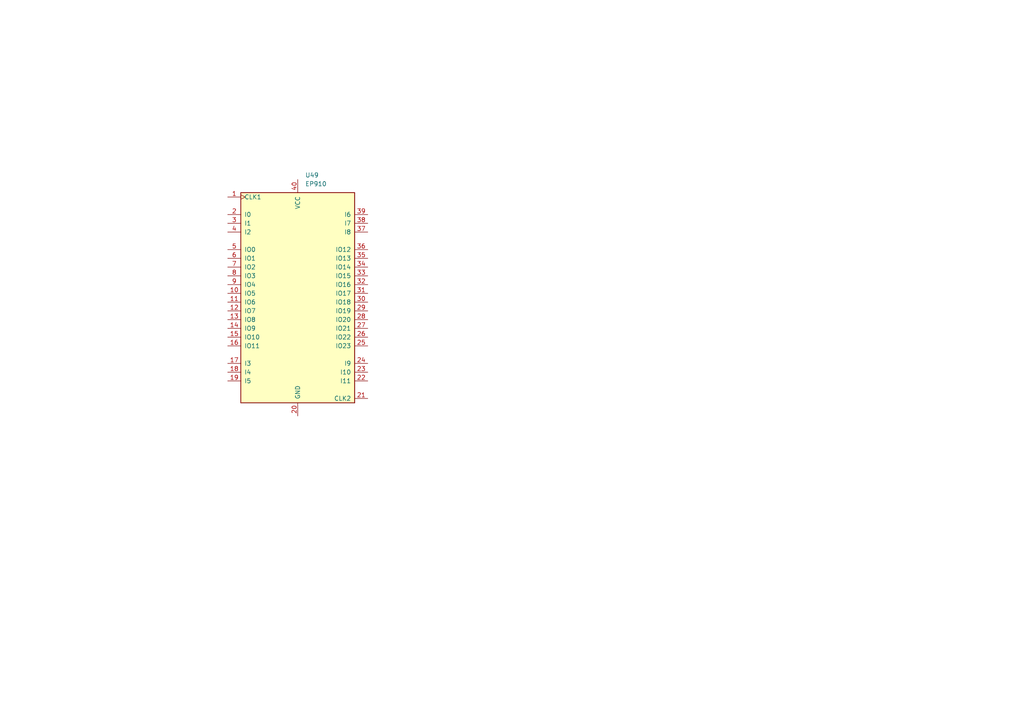
<source format=kicad_sch>
(kicad_sch (version 20250114) (generator "eeschema") (generator_version "9.0")
  (paper "A4")
  (lib_symbols
    (symbol "CPLD_Altera:EP910" (pin_names (offset 1.016))
      (property "Reference" "U" (at -2.54 32.385 0))
      (property "Value" "EP910" (at -2.54 30.48 0))
      (symbol "EP910_0_1"
        (rectangle (start -16.51 -31.75) (end 16.51 29.21) (stroke (width 0.254)) (fill (type background)))
      )
      (symbol "EP910_1_1"
        (pin input clock (at -20.32 27.94 0) (length 3.81) (name "CLK1") (number "1"))
        (pin input line (at -20.32 22.86 0) (length 3.81) (name "I0") (number "2"))
        (pin input line (at -20.32 20.32 0) (length 3.81) (name "I1") (number "3"))
        (pin input line (at -20.32 17.78 0) (length 3.81) (name "I2") (number "4"))
        (pin input line (at -20.32 12.7 0) (length 3.81) (name "IO0") (number "5"))
        (pin input line (at -20.32 10.16 0) (length 3.81) (name "IO1") (number "6"))
        (pin input line (at -20.32 7.62 0) (length 3.81) (name "IO2") (number "7"))
        (pin input line (at -20.32 5.08 0) (length 3.81) (name "IO3") (number "8"))
        (pin input line (at -20.32 2.54 0) (length 3.81) (name "IO4") (number "9"))
        (pin input line (at -20.32 0 0) (length 3.81) (name "IO5") (number "10"))
        (pin input line (at -20.32 -2.54 0) (length 3.81) (name "IO6") (number "11"))
        (pin input line (at -20.32 -5.08 0) (length 3.81) (name "IO7") (number "12"))
        (pin input line (at -20.32 -7.62 0) (length 3.81) (name "IO8") (number "13"))
        (pin input line (at -20.32 -10.16 0) (length 3.81) (name "IO9") (number "14"))
        (pin input line (at -20.32 -12.7 0) (length 3.81) (name "IO10") (number "15"))
        (pin input line (at -20.32 -15.24 0) (length 3.81) (name "IO11") (number "16"))
        (pin input line (at -20.32 -20.32 0) (length 3.81) (name "I3") (number "17"))
        (pin input line (at -20.32 -22.86 0) (length 3.81) (name "I4") (number "18"))
        (pin input line (at -20.32 -25.4 0) (length 3.81) (name "I5") (number "19"))
        (pin power_in line (at 0 33.02 270) (length 3.81) (name "VCC") (number "40"))
        (pin power_in line (at 0 -35.56 90) (length 3.81) (name "GND") (number "20"))
        (pin input line (at 20.32 22.86 180) (length 3.81) (name "I6") (number "39"))
        (pin input line (at 20.32 20.32 180) (length 3.81) (name "I7") (number "38"))
        (pin input line (at 20.32 17.78 180) (length 3.81) (name "I8") (number "37"))
        (pin input line (at 20.32 12.7 180) (length 3.81) (name "IO12") (number "36"))
        (pin input line (at 20.32 10.16 180) (length 3.81) (name "IO13") (number "35"))
        (pin input line (at 20.32 7.62 180) (length 3.81) (name "IO14") (number "34"))
        (pin input line (at 20.32 5.08 180) (length 3.81) (name "IO15") (number "33"))
        (pin input line (at 20.32 2.54 180) (length 3.81) (name "IO16") (number "32"))
        (pin input line (at 20.32 0 180) (length 3.81) (name "IO17") (number "31"))
        (pin input line (at 20.32 -2.54 180) (length 3.81) (name "IO18") (number "30"))
        (pin input line (at 20.32 -5.08 180) (length 3.81) (name "IO19") (number "29"))
        (pin input line (at 20.32 -7.62 180) (length 3.81) (name "IO20") (number "28"))
        (pin input line (at 20.32 -10.16 180) (length 3.81) (name "IO21") (number "27"))
        (pin input line (at 20.32 -12.7 180) (length 3.81) (name "IO22") (number "26"))
        (pin input line (at 20.32 -15.24 180) (length 3.81) (name "IO23") (number "25"))
        (pin input line (at 20.32 -20.32 180) (length 3.81) (name "I9") (number "24"))
        (pin input line (at 20.32 -22.86 180) (length 3.81) (name "I10") (number "23"))
        (pin input line (at 20.32 -25.4 180) (length 3.81) (name "I11") (number "22"))
        (pin input line (at 20.32 -30.48 180) (length 3.81) (name "CLK2") (number "21"))
      )
    )
  )
  (symbol (lib_id "CPLD_Altera:EP910") (at 86.36 85.09 0) (unit 1)
    (property "Reference" "U49" (at 88.5033 50.8 0) (effects (justify left)))
    (property "Value" "EP910" (at 88.5033 53.34 0) (effects (justify left)))
    (property "Description" "EPLD" (effects (hide yes)))
  )
)
</source>
